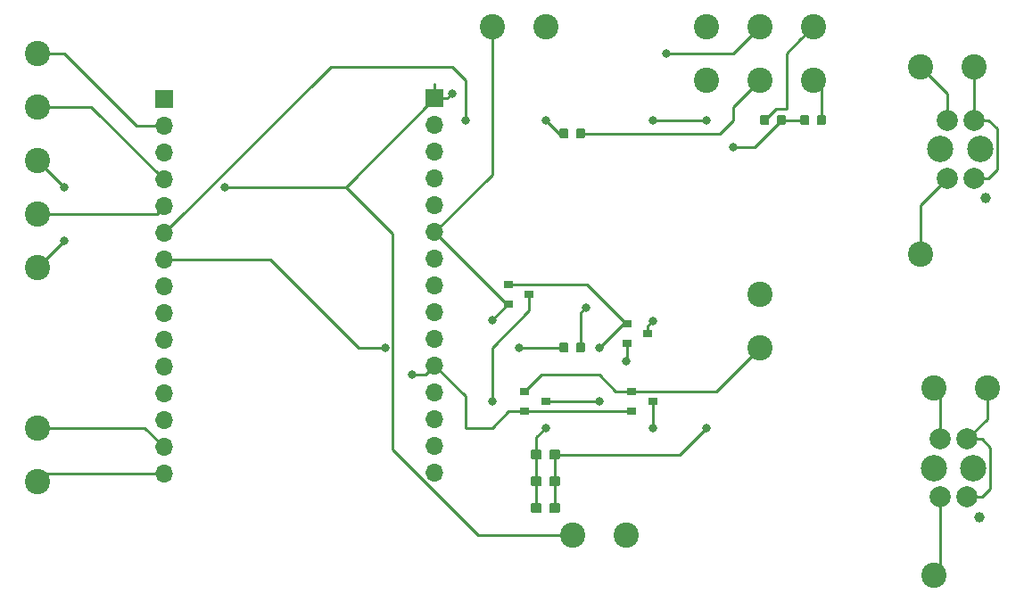
<source format=gbr>
G04 #@! TF.GenerationSoftware,KiCad,Pcbnew,(5.1.0)-1*
G04 #@! TF.CreationDate,2019-07-09T21:44:00+02:00*
G04 #@! TF.ProjectId,PP,50502e6b-6963-4616-945f-706362585858,rev?*
G04 #@! TF.SameCoordinates,Original*
G04 #@! TF.FileFunction,Copper,L1,Top*
G04 #@! TF.FilePolarity,Positive*
%FSLAX46Y46*%
G04 Gerber Fmt 4.6, Leading zero omitted, Abs format (unit mm)*
G04 Created by KiCad (PCBNEW (5.1.0)-1) date 2019-07-09 21:44:00*
%MOMM*%
%LPD*%
G04 APERTURE LIST*
%ADD10C,0.100000*%
%ADD11C,0.875000*%
%ADD12C,2.400000*%
%ADD13C,0.950000*%
%ADD14O,1.700000X1.700000*%
%ADD15R,1.700000X1.700000*%
%ADD16R,0.900000X0.800000*%
%ADD17C,1.000000*%
%ADD18C,2.500000*%
%ADD19C,2.000000*%
%ADD20C,0.800000*%
%ADD21C,0.250000*%
G04 APERTURE END LIST*
D10*
G36*
X93432691Y-32546053D02*
G01*
X93453926Y-32549203D01*
X93474750Y-32554419D01*
X93494962Y-32561651D01*
X93514368Y-32570830D01*
X93532781Y-32581866D01*
X93550024Y-32594654D01*
X93565930Y-32609070D01*
X93580346Y-32624976D01*
X93593134Y-32642219D01*
X93604170Y-32660632D01*
X93613349Y-32680038D01*
X93620581Y-32700250D01*
X93625797Y-32721074D01*
X93628947Y-32742309D01*
X93630000Y-32763750D01*
X93630000Y-33276250D01*
X93628947Y-33297691D01*
X93625797Y-33318926D01*
X93620581Y-33339750D01*
X93613349Y-33359962D01*
X93604170Y-33379368D01*
X93593134Y-33397781D01*
X93580346Y-33415024D01*
X93565930Y-33430930D01*
X93550024Y-33445346D01*
X93532781Y-33458134D01*
X93514368Y-33469170D01*
X93494962Y-33478349D01*
X93474750Y-33485581D01*
X93453926Y-33490797D01*
X93432691Y-33493947D01*
X93411250Y-33495000D01*
X92973750Y-33495000D01*
X92952309Y-33493947D01*
X92931074Y-33490797D01*
X92910250Y-33485581D01*
X92890038Y-33478349D01*
X92870632Y-33469170D01*
X92852219Y-33458134D01*
X92834976Y-33445346D01*
X92819070Y-33430930D01*
X92804654Y-33415024D01*
X92791866Y-33397781D01*
X92780830Y-33379368D01*
X92771651Y-33359962D01*
X92764419Y-33339750D01*
X92759203Y-33318926D01*
X92756053Y-33297691D01*
X92755000Y-33276250D01*
X92755000Y-32763750D01*
X92756053Y-32742309D01*
X92759203Y-32721074D01*
X92764419Y-32700250D01*
X92771651Y-32680038D01*
X92780830Y-32660632D01*
X92791866Y-32642219D01*
X92804654Y-32624976D01*
X92819070Y-32609070D01*
X92834976Y-32594654D01*
X92852219Y-32581866D01*
X92870632Y-32570830D01*
X92890038Y-32561651D01*
X92910250Y-32554419D01*
X92931074Y-32549203D01*
X92952309Y-32546053D01*
X92973750Y-32545000D01*
X93411250Y-32545000D01*
X93432691Y-32546053D01*
X93432691Y-32546053D01*
G37*
D11*
X93192500Y-33020000D03*
D10*
G36*
X95007691Y-32546053D02*
G01*
X95028926Y-32549203D01*
X95049750Y-32554419D01*
X95069962Y-32561651D01*
X95089368Y-32570830D01*
X95107781Y-32581866D01*
X95125024Y-32594654D01*
X95140930Y-32609070D01*
X95155346Y-32624976D01*
X95168134Y-32642219D01*
X95179170Y-32660632D01*
X95188349Y-32680038D01*
X95195581Y-32700250D01*
X95200797Y-32721074D01*
X95203947Y-32742309D01*
X95205000Y-32763750D01*
X95205000Y-33276250D01*
X95203947Y-33297691D01*
X95200797Y-33318926D01*
X95195581Y-33339750D01*
X95188349Y-33359962D01*
X95179170Y-33379368D01*
X95168134Y-33397781D01*
X95155346Y-33415024D01*
X95140930Y-33430930D01*
X95125024Y-33445346D01*
X95107781Y-33458134D01*
X95089368Y-33469170D01*
X95069962Y-33478349D01*
X95049750Y-33485581D01*
X95028926Y-33490797D01*
X95007691Y-33493947D01*
X94986250Y-33495000D01*
X94548750Y-33495000D01*
X94527309Y-33493947D01*
X94506074Y-33490797D01*
X94485250Y-33485581D01*
X94465038Y-33478349D01*
X94445632Y-33469170D01*
X94427219Y-33458134D01*
X94409976Y-33445346D01*
X94394070Y-33430930D01*
X94379654Y-33415024D01*
X94366866Y-33397781D01*
X94355830Y-33379368D01*
X94346651Y-33359962D01*
X94339419Y-33339750D01*
X94334203Y-33318926D01*
X94331053Y-33297691D01*
X94330000Y-33276250D01*
X94330000Y-32763750D01*
X94331053Y-32742309D01*
X94334203Y-32721074D01*
X94339419Y-32700250D01*
X94346651Y-32680038D01*
X94355830Y-32660632D01*
X94366866Y-32642219D01*
X94379654Y-32624976D01*
X94394070Y-32609070D01*
X94409976Y-32594654D01*
X94427219Y-32581866D01*
X94445632Y-32570830D01*
X94465038Y-32561651D01*
X94485250Y-32554419D01*
X94506074Y-32549203D01*
X94527309Y-32546053D01*
X94548750Y-32545000D01*
X94986250Y-32545000D01*
X95007691Y-32546053D01*
X95007691Y-32546053D01*
G37*
D11*
X94767500Y-33020000D03*
D12*
X111760000Y-48290000D03*
X111760000Y-53340000D03*
D10*
G36*
X92625779Y-65566144D02*
G01*
X92648834Y-65569563D01*
X92671443Y-65575227D01*
X92693387Y-65583079D01*
X92714457Y-65593044D01*
X92734448Y-65605026D01*
X92753168Y-65618910D01*
X92770438Y-65634562D01*
X92786090Y-65651832D01*
X92799974Y-65670552D01*
X92811956Y-65690543D01*
X92821921Y-65711613D01*
X92829773Y-65733557D01*
X92835437Y-65756166D01*
X92838856Y-65779221D01*
X92840000Y-65802500D01*
X92840000Y-66277500D01*
X92838856Y-66300779D01*
X92835437Y-66323834D01*
X92829773Y-66346443D01*
X92821921Y-66368387D01*
X92811956Y-66389457D01*
X92799974Y-66409448D01*
X92786090Y-66428168D01*
X92770438Y-66445438D01*
X92753168Y-66461090D01*
X92734448Y-66474974D01*
X92714457Y-66486956D01*
X92693387Y-66496921D01*
X92671443Y-66504773D01*
X92648834Y-66510437D01*
X92625779Y-66513856D01*
X92602500Y-66515000D01*
X92027500Y-66515000D01*
X92004221Y-66513856D01*
X91981166Y-66510437D01*
X91958557Y-66504773D01*
X91936613Y-66496921D01*
X91915543Y-66486956D01*
X91895552Y-66474974D01*
X91876832Y-66461090D01*
X91859562Y-66445438D01*
X91843910Y-66428168D01*
X91830026Y-66409448D01*
X91818044Y-66389457D01*
X91808079Y-66368387D01*
X91800227Y-66346443D01*
X91794563Y-66323834D01*
X91791144Y-66300779D01*
X91790000Y-66277500D01*
X91790000Y-65802500D01*
X91791144Y-65779221D01*
X91794563Y-65756166D01*
X91800227Y-65733557D01*
X91808079Y-65711613D01*
X91818044Y-65690543D01*
X91830026Y-65670552D01*
X91843910Y-65651832D01*
X91859562Y-65634562D01*
X91876832Y-65618910D01*
X91895552Y-65605026D01*
X91915543Y-65593044D01*
X91936613Y-65583079D01*
X91958557Y-65575227D01*
X91981166Y-65569563D01*
X92004221Y-65566144D01*
X92027500Y-65565000D01*
X92602500Y-65565000D01*
X92625779Y-65566144D01*
X92625779Y-65566144D01*
G37*
D13*
X92315000Y-66040000D03*
D10*
G36*
X90875779Y-65566144D02*
G01*
X90898834Y-65569563D01*
X90921443Y-65575227D01*
X90943387Y-65583079D01*
X90964457Y-65593044D01*
X90984448Y-65605026D01*
X91003168Y-65618910D01*
X91020438Y-65634562D01*
X91036090Y-65651832D01*
X91049974Y-65670552D01*
X91061956Y-65690543D01*
X91071921Y-65711613D01*
X91079773Y-65733557D01*
X91085437Y-65756166D01*
X91088856Y-65779221D01*
X91090000Y-65802500D01*
X91090000Y-66277500D01*
X91088856Y-66300779D01*
X91085437Y-66323834D01*
X91079773Y-66346443D01*
X91071921Y-66368387D01*
X91061956Y-66389457D01*
X91049974Y-66409448D01*
X91036090Y-66428168D01*
X91020438Y-66445438D01*
X91003168Y-66461090D01*
X90984448Y-66474974D01*
X90964457Y-66486956D01*
X90943387Y-66496921D01*
X90921443Y-66504773D01*
X90898834Y-66510437D01*
X90875779Y-66513856D01*
X90852500Y-66515000D01*
X90277500Y-66515000D01*
X90254221Y-66513856D01*
X90231166Y-66510437D01*
X90208557Y-66504773D01*
X90186613Y-66496921D01*
X90165543Y-66486956D01*
X90145552Y-66474974D01*
X90126832Y-66461090D01*
X90109562Y-66445438D01*
X90093910Y-66428168D01*
X90080026Y-66409448D01*
X90068044Y-66389457D01*
X90058079Y-66368387D01*
X90050227Y-66346443D01*
X90044563Y-66323834D01*
X90041144Y-66300779D01*
X90040000Y-66277500D01*
X90040000Y-65802500D01*
X90041144Y-65779221D01*
X90044563Y-65756166D01*
X90050227Y-65733557D01*
X90058079Y-65711613D01*
X90068044Y-65690543D01*
X90080026Y-65670552D01*
X90093910Y-65651832D01*
X90109562Y-65634562D01*
X90126832Y-65618910D01*
X90145552Y-65605026D01*
X90165543Y-65593044D01*
X90186613Y-65583079D01*
X90208557Y-65575227D01*
X90231166Y-65569563D01*
X90254221Y-65566144D01*
X90277500Y-65565000D01*
X90852500Y-65565000D01*
X90875779Y-65566144D01*
X90875779Y-65566144D01*
G37*
D13*
X90565000Y-66040000D03*
D12*
X86360000Y-22860000D03*
X99060000Y-71120000D03*
D10*
G36*
X117867691Y-31276053D02*
G01*
X117888926Y-31279203D01*
X117909750Y-31284419D01*
X117929962Y-31291651D01*
X117949368Y-31300830D01*
X117967781Y-31311866D01*
X117985024Y-31324654D01*
X118000930Y-31339070D01*
X118015346Y-31354976D01*
X118028134Y-31372219D01*
X118039170Y-31390632D01*
X118048349Y-31410038D01*
X118055581Y-31430250D01*
X118060797Y-31451074D01*
X118063947Y-31472309D01*
X118065000Y-31493750D01*
X118065000Y-32006250D01*
X118063947Y-32027691D01*
X118060797Y-32048926D01*
X118055581Y-32069750D01*
X118048349Y-32089962D01*
X118039170Y-32109368D01*
X118028134Y-32127781D01*
X118015346Y-32145024D01*
X118000930Y-32160930D01*
X117985024Y-32175346D01*
X117967781Y-32188134D01*
X117949368Y-32199170D01*
X117929962Y-32208349D01*
X117909750Y-32215581D01*
X117888926Y-32220797D01*
X117867691Y-32223947D01*
X117846250Y-32225000D01*
X117408750Y-32225000D01*
X117387309Y-32223947D01*
X117366074Y-32220797D01*
X117345250Y-32215581D01*
X117325038Y-32208349D01*
X117305632Y-32199170D01*
X117287219Y-32188134D01*
X117269976Y-32175346D01*
X117254070Y-32160930D01*
X117239654Y-32145024D01*
X117226866Y-32127781D01*
X117215830Y-32109368D01*
X117206651Y-32089962D01*
X117199419Y-32069750D01*
X117194203Y-32048926D01*
X117191053Y-32027691D01*
X117190000Y-32006250D01*
X117190000Y-31493750D01*
X117191053Y-31472309D01*
X117194203Y-31451074D01*
X117199419Y-31430250D01*
X117206651Y-31410038D01*
X117215830Y-31390632D01*
X117226866Y-31372219D01*
X117239654Y-31354976D01*
X117254070Y-31339070D01*
X117269976Y-31324654D01*
X117287219Y-31311866D01*
X117305632Y-31300830D01*
X117325038Y-31291651D01*
X117345250Y-31284419D01*
X117366074Y-31279203D01*
X117387309Y-31276053D01*
X117408750Y-31275000D01*
X117846250Y-31275000D01*
X117867691Y-31276053D01*
X117867691Y-31276053D01*
G37*
D11*
X117627500Y-31750000D03*
D10*
G36*
X116292691Y-31276053D02*
G01*
X116313926Y-31279203D01*
X116334750Y-31284419D01*
X116354962Y-31291651D01*
X116374368Y-31300830D01*
X116392781Y-31311866D01*
X116410024Y-31324654D01*
X116425930Y-31339070D01*
X116440346Y-31354976D01*
X116453134Y-31372219D01*
X116464170Y-31390632D01*
X116473349Y-31410038D01*
X116480581Y-31430250D01*
X116485797Y-31451074D01*
X116488947Y-31472309D01*
X116490000Y-31493750D01*
X116490000Y-32006250D01*
X116488947Y-32027691D01*
X116485797Y-32048926D01*
X116480581Y-32069750D01*
X116473349Y-32089962D01*
X116464170Y-32109368D01*
X116453134Y-32127781D01*
X116440346Y-32145024D01*
X116425930Y-32160930D01*
X116410024Y-32175346D01*
X116392781Y-32188134D01*
X116374368Y-32199170D01*
X116354962Y-32208349D01*
X116334750Y-32215581D01*
X116313926Y-32220797D01*
X116292691Y-32223947D01*
X116271250Y-32225000D01*
X115833750Y-32225000D01*
X115812309Y-32223947D01*
X115791074Y-32220797D01*
X115770250Y-32215581D01*
X115750038Y-32208349D01*
X115730632Y-32199170D01*
X115712219Y-32188134D01*
X115694976Y-32175346D01*
X115679070Y-32160930D01*
X115664654Y-32145024D01*
X115651866Y-32127781D01*
X115640830Y-32109368D01*
X115631651Y-32089962D01*
X115624419Y-32069750D01*
X115619203Y-32048926D01*
X115616053Y-32027691D01*
X115615000Y-32006250D01*
X115615000Y-31493750D01*
X115616053Y-31472309D01*
X115619203Y-31451074D01*
X115624419Y-31430250D01*
X115631651Y-31410038D01*
X115640830Y-31390632D01*
X115651866Y-31372219D01*
X115664654Y-31354976D01*
X115679070Y-31339070D01*
X115694976Y-31324654D01*
X115712219Y-31311866D01*
X115730632Y-31300830D01*
X115750038Y-31291651D01*
X115770250Y-31284419D01*
X115791074Y-31279203D01*
X115812309Y-31276053D01*
X115833750Y-31275000D01*
X116271250Y-31275000D01*
X116292691Y-31276053D01*
X116292691Y-31276053D01*
G37*
D11*
X116052500Y-31750000D03*
D14*
X55224999Y-65340000D03*
X55224999Y-62800000D03*
X55224999Y-60260000D03*
X55224999Y-57720000D03*
X55224999Y-55180000D03*
X55224999Y-52640000D03*
X55224999Y-50100000D03*
X55224999Y-47560000D03*
X55224999Y-45020000D03*
X55224999Y-42480000D03*
X55224999Y-39940000D03*
X55224999Y-37400000D03*
X55224999Y-34860000D03*
X55224999Y-32320000D03*
D15*
X55224999Y-29780000D03*
X55224999Y-29780000D03*
D14*
X55224999Y-32320000D03*
X55224999Y-34860000D03*
X55224999Y-37400000D03*
X55224999Y-39940000D03*
X55224999Y-42480000D03*
X55224999Y-45020000D03*
X55224999Y-47560000D03*
X55224999Y-50100000D03*
X55224999Y-52640000D03*
X55224999Y-55180000D03*
X55224999Y-57720000D03*
X55224999Y-60260000D03*
X55224999Y-62800000D03*
X55224999Y-65340000D03*
X80924999Y-65240000D03*
X80924999Y-62700000D03*
X80924999Y-60160000D03*
X80924999Y-57620000D03*
X80924999Y-55080000D03*
X80924999Y-52540000D03*
X80924999Y-50000000D03*
X80924999Y-47460000D03*
X80924999Y-44920000D03*
X80924999Y-42380000D03*
X80924999Y-39840000D03*
X80924999Y-37300000D03*
X80924999Y-34760000D03*
X80924999Y-32220000D03*
D15*
X80924999Y-29680000D03*
X80924999Y-29680000D03*
D14*
X80924999Y-32220000D03*
X80924999Y-34760000D03*
X80924999Y-37300000D03*
X80924999Y-39840000D03*
X80924999Y-42380000D03*
X80924999Y-44920000D03*
X80924999Y-47460000D03*
X80924999Y-50000000D03*
X80924999Y-52540000D03*
X80924999Y-55080000D03*
X80924999Y-57620000D03*
X80924999Y-60160000D03*
X80924999Y-62700000D03*
X80924999Y-65240000D03*
D12*
X133350000Y-57150000D03*
X132080000Y-26670000D03*
X128270000Y-74930000D03*
X127000000Y-44450000D03*
X128270000Y-57150000D03*
X127000000Y-26670000D03*
D10*
G36*
X92625779Y-68106144D02*
G01*
X92648834Y-68109563D01*
X92671443Y-68115227D01*
X92693387Y-68123079D01*
X92714457Y-68133044D01*
X92734448Y-68145026D01*
X92753168Y-68158910D01*
X92770438Y-68174562D01*
X92786090Y-68191832D01*
X92799974Y-68210552D01*
X92811956Y-68230543D01*
X92821921Y-68251613D01*
X92829773Y-68273557D01*
X92835437Y-68296166D01*
X92838856Y-68319221D01*
X92840000Y-68342500D01*
X92840000Y-68817500D01*
X92838856Y-68840779D01*
X92835437Y-68863834D01*
X92829773Y-68886443D01*
X92821921Y-68908387D01*
X92811956Y-68929457D01*
X92799974Y-68949448D01*
X92786090Y-68968168D01*
X92770438Y-68985438D01*
X92753168Y-69001090D01*
X92734448Y-69014974D01*
X92714457Y-69026956D01*
X92693387Y-69036921D01*
X92671443Y-69044773D01*
X92648834Y-69050437D01*
X92625779Y-69053856D01*
X92602500Y-69055000D01*
X92027500Y-69055000D01*
X92004221Y-69053856D01*
X91981166Y-69050437D01*
X91958557Y-69044773D01*
X91936613Y-69036921D01*
X91915543Y-69026956D01*
X91895552Y-69014974D01*
X91876832Y-69001090D01*
X91859562Y-68985438D01*
X91843910Y-68968168D01*
X91830026Y-68949448D01*
X91818044Y-68929457D01*
X91808079Y-68908387D01*
X91800227Y-68886443D01*
X91794563Y-68863834D01*
X91791144Y-68840779D01*
X91790000Y-68817500D01*
X91790000Y-68342500D01*
X91791144Y-68319221D01*
X91794563Y-68296166D01*
X91800227Y-68273557D01*
X91808079Y-68251613D01*
X91818044Y-68230543D01*
X91830026Y-68210552D01*
X91843910Y-68191832D01*
X91859562Y-68174562D01*
X91876832Y-68158910D01*
X91895552Y-68145026D01*
X91915543Y-68133044D01*
X91936613Y-68123079D01*
X91958557Y-68115227D01*
X91981166Y-68109563D01*
X92004221Y-68106144D01*
X92027500Y-68105000D01*
X92602500Y-68105000D01*
X92625779Y-68106144D01*
X92625779Y-68106144D01*
G37*
D13*
X92315000Y-68580000D03*
D10*
G36*
X90875779Y-68106144D02*
G01*
X90898834Y-68109563D01*
X90921443Y-68115227D01*
X90943387Y-68123079D01*
X90964457Y-68133044D01*
X90984448Y-68145026D01*
X91003168Y-68158910D01*
X91020438Y-68174562D01*
X91036090Y-68191832D01*
X91049974Y-68210552D01*
X91061956Y-68230543D01*
X91071921Y-68251613D01*
X91079773Y-68273557D01*
X91085437Y-68296166D01*
X91088856Y-68319221D01*
X91090000Y-68342500D01*
X91090000Y-68817500D01*
X91088856Y-68840779D01*
X91085437Y-68863834D01*
X91079773Y-68886443D01*
X91071921Y-68908387D01*
X91061956Y-68929457D01*
X91049974Y-68949448D01*
X91036090Y-68968168D01*
X91020438Y-68985438D01*
X91003168Y-69001090D01*
X90984448Y-69014974D01*
X90964457Y-69026956D01*
X90943387Y-69036921D01*
X90921443Y-69044773D01*
X90898834Y-69050437D01*
X90875779Y-69053856D01*
X90852500Y-69055000D01*
X90277500Y-69055000D01*
X90254221Y-69053856D01*
X90231166Y-69050437D01*
X90208557Y-69044773D01*
X90186613Y-69036921D01*
X90165543Y-69026956D01*
X90145552Y-69014974D01*
X90126832Y-69001090D01*
X90109562Y-68985438D01*
X90093910Y-68968168D01*
X90080026Y-68949448D01*
X90068044Y-68929457D01*
X90058079Y-68908387D01*
X90050227Y-68886443D01*
X90044563Y-68863834D01*
X90041144Y-68840779D01*
X90040000Y-68817500D01*
X90040000Y-68342500D01*
X90041144Y-68319221D01*
X90044563Y-68296166D01*
X90050227Y-68273557D01*
X90058079Y-68251613D01*
X90068044Y-68230543D01*
X90080026Y-68210552D01*
X90093910Y-68191832D01*
X90109562Y-68174562D01*
X90126832Y-68158910D01*
X90145552Y-68145026D01*
X90165543Y-68133044D01*
X90186613Y-68123079D01*
X90208557Y-68115227D01*
X90231166Y-68109563D01*
X90254221Y-68106144D01*
X90277500Y-68105000D01*
X90852500Y-68105000D01*
X90875779Y-68106144D01*
X90875779Y-68106144D01*
G37*
D13*
X90565000Y-68580000D03*
D10*
G36*
X92625779Y-63026144D02*
G01*
X92648834Y-63029563D01*
X92671443Y-63035227D01*
X92693387Y-63043079D01*
X92714457Y-63053044D01*
X92734448Y-63065026D01*
X92753168Y-63078910D01*
X92770438Y-63094562D01*
X92786090Y-63111832D01*
X92799974Y-63130552D01*
X92811956Y-63150543D01*
X92821921Y-63171613D01*
X92829773Y-63193557D01*
X92835437Y-63216166D01*
X92838856Y-63239221D01*
X92840000Y-63262500D01*
X92840000Y-63737500D01*
X92838856Y-63760779D01*
X92835437Y-63783834D01*
X92829773Y-63806443D01*
X92821921Y-63828387D01*
X92811956Y-63849457D01*
X92799974Y-63869448D01*
X92786090Y-63888168D01*
X92770438Y-63905438D01*
X92753168Y-63921090D01*
X92734448Y-63934974D01*
X92714457Y-63946956D01*
X92693387Y-63956921D01*
X92671443Y-63964773D01*
X92648834Y-63970437D01*
X92625779Y-63973856D01*
X92602500Y-63975000D01*
X92027500Y-63975000D01*
X92004221Y-63973856D01*
X91981166Y-63970437D01*
X91958557Y-63964773D01*
X91936613Y-63956921D01*
X91915543Y-63946956D01*
X91895552Y-63934974D01*
X91876832Y-63921090D01*
X91859562Y-63905438D01*
X91843910Y-63888168D01*
X91830026Y-63869448D01*
X91818044Y-63849457D01*
X91808079Y-63828387D01*
X91800227Y-63806443D01*
X91794563Y-63783834D01*
X91791144Y-63760779D01*
X91790000Y-63737500D01*
X91790000Y-63262500D01*
X91791144Y-63239221D01*
X91794563Y-63216166D01*
X91800227Y-63193557D01*
X91808079Y-63171613D01*
X91818044Y-63150543D01*
X91830026Y-63130552D01*
X91843910Y-63111832D01*
X91859562Y-63094562D01*
X91876832Y-63078910D01*
X91895552Y-63065026D01*
X91915543Y-63053044D01*
X91936613Y-63043079D01*
X91958557Y-63035227D01*
X91981166Y-63029563D01*
X92004221Y-63026144D01*
X92027500Y-63025000D01*
X92602500Y-63025000D01*
X92625779Y-63026144D01*
X92625779Y-63026144D01*
G37*
D13*
X92315000Y-63500000D03*
D10*
G36*
X90875779Y-63026144D02*
G01*
X90898834Y-63029563D01*
X90921443Y-63035227D01*
X90943387Y-63043079D01*
X90964457Y-63053044D01*
X90984448Y-63065026D01*
X91003168Y-63078910D01*
X91020438Y-63094562D01*
X91036090Y-63111832D01*
X91049974Y-63130552D01*
X91061956Y-63150543D01*
X91071921Y-63171613D01*
X91079773Y-63193557D01*
X91085437Y-63216166D01*
X91088856Y-63239221D01*
X91090000Y-63262500D01*
X91090000Y-63737500D01*
X91088856Y-63760779D01*
X91085437Y-63783834D01*
X91079773Y-63806443D01*
X91071921Y-63828387D01*
X91061956Y-63849457D01*
X91049974Y-63869448D01*
X91036090Y-63888168D01*
X91020438Y-63905438D01*
X91003168Y-63921090D01*
X90984448Y-63934974D01*
X90964457Y-63946956D01*
X90943387Y-63956921D01*
X90921443Y-63964773D01*
X90898834Y-63970437D01*
X90875779Y-63973856D01*
X90852500Y-63975000D01*
X90277500Y-63975000D01*
X90254221Y-63973856D01*
X90231166Y-63970437D01*
X90208557Y-63964773D01*
X90186613Y-63956921D01*
X90165543Y-63946956D01*
X90145552Y-63934974D01*
X90126832Y-63921090D01*
X90109562Y-63905438D01*
X90093910Y-63888168D01*
X90080026Y-63869448D01*
X90068044Y-63849457D01*
X90058079Y-63828387D01*
X90050227Y-63806443D01*
X90044563Y-63783834D01*
X90041144Y-63760779D01*
X90040000Y-63737500D01*
X90040000Y-63262500D01*
X90041144Y-63239221D01*
X90044563Y-63216166D01*
X90050227Y-63193557D01*
X90058079Y-63171613D01*
X90068044Y-63150543D01*
X90080026Y-63130552D01*
X90093910Y-63111832D01*
X90109562Y-63094562D01*
X90126832Y-63078910D01*
X90145552Y-63065026D01*
X90165543Y-63053044D01*
X90186613Y-63043079D01*
X90208557Y-63035227D01*
X90231166Y-63029563D01*
X90254221Y-63026144D01*
X90277500Y-63025000D01*
X90852500Y-63025000D01*
X90875779Y-63026144D01*
X90875779Y-63026144D01*
G37*
D13*
X90565000Y-63500000D03*
D10*
G36*
X114057691Y-31276053D02*
G01*
X114078926Y-31279203D01*
X114099750Y-31284419D01*
X114119962Y-31291651D01*
X114139368Y-31300830D01*
X114157781Y-31311866D01*
X114175024Y-31324654D01*
X114190930Y-31339070D01*
X114205346Y-31354976D01*
X114218134Y-31372219D01*
X114229170Y-31390632D01*
X114238349Y-31410038D01*
X114245581Y-31430250D01*
X114250797Y-31451074D01*
X114253947Y-31472309D01*
X114255000Y-31493750D01*
X114255000Y-32006250D01*
X114253947Y-32027691D01*
X114250797Y-32048926D01*
X114245581Y-32069750D01*
X114238349Y-32089962D01*
X114229170Y-32109368D01*
X114218134Y-32127781D01*
X114205346Y-32145024D01*
X114190930Y-32160930D01*
X114175024Y-32175346D01*
X114157781Y-32188134D01*
X114139368Y-32199170D01*
X114119962Y-32208349D01*
X114099750Y-32215581D01*
X114078926Y-32220797D01*
X114057691Y-32223947D01*
X114036250Y-32225000D01*
X113598750Y-32225000D01*
X113577309Y-32223947D01*
X113556074Y-32220797D01*
X113535250Y-32215581D01*
X113515038Y-32208349D01*
X113495632Y-32199170D01*
X113477219Y-32188134D01*
X113459976Y-32175346D01*
X113444070Y-32160930D01*
X113429654Y-32145024D01*
X113416866Y-32127781D01*
X113405830Y-32109368D01*
X113396651Y-32089962D01*
X113389419Y-32069750D01*
X113384203Y-32048926D01*
X113381053Y-32027691D01*
X113380000Y-32006250D01*
X113380000Y-31493750D01*
X113381053Y-31472309D01*
X113384203Y-31451074D01*
X113389419Y-31430250D01*
X113396651Y-31410038D01*
X113405830Y-31390632D01*
X113416866Y-31372219D01*
X113429654Y-31354976D01*
X113444070Y-31339070D01*
X113459976Y-31324654D01*
X113477219Y-31311866D01*
X113495632Y-31300830D01*
X113515038Y-31291651D01*
X113535250Y-31284419D01*
X113556074Y-31279203D01*
X113577309Y-31276053D01*
X113598750Y-31275000D01*
X114036250Y-31275000D01*
X114057691Y-31276053D01*
X114057691Y-31276053D01*
G37*
D11*
X113817500Y-31750000D03*
D10*
G36*
X112482691Y-31276053D02*
G01*
X112503926Y-31279203D01*
X112524750Y-31284419D01*
X112544962Y-31291651D01*
X112564368Y-31300830D01*
X112582781Y-31311866D01*
X112600024Y-31324654D01*
X112615930Y-31339070D01*
X112630346Y-31354976D01*
X112643134Y-31372219D01*
X112654170Y-31390632D01*
X112663349Y-31410038D01*
X112670581Y-31430250D01*
X112675797Y-31451074D01*
X112678947Y-31472309D01*
X112680000Y-31493750D01*
X112680000Y-32006250D01*
X112678947Y-32027691D01*
X112675797Y-32048926D01*
X112670581Y-32069750D01*
X112663349Y-32089962D01*
X112654170Y-32109368D01*
X112643134Y-32127781D01*
X112630346Y-32145024D01*
X112615930Y-32160930D01*
X112600024Y-32175346D01*
X112582781Y-32188134D01*
X112564368Y-32199170D01*
X112544962Y-32208349D01*
X112524750Y-32215581D01*
X112503926Y-32220797D01*
X112482691Y-32223947D01*
X112461250Y-32225000D01*
X112023750Y-32225000D01*
X112002309Y-32223947D01*
X111981074Y-32220797D01*
X111960250Y-32215581D01*
X111940038Y-32208349D01*
X111920632Y-32199170D01*
X111902219Y-32188134D01*
X111884976Y-32175346D01*
X111869070Y-32160930D01*
X111854654Y-32145024D01*
X111841866Y-32127781D01*
X111830830Y-32109368D01*
X111821651Y-32089962D01*
X111814419Y-32069750D01*
X111809203Y-32048926D01*
X111806053Y-32027691D01*
X111805000Y-32006250D01*
X111805000Y-31493750D01*
X111806053Y-31472309D01*
X111809203Y-31451074D01*
X111814419Y-31430250D01*
X111821651Y-31410038D01*
X111830830Y-31390632D01*
X111841866Y-31372219D01*
X111854654Y-31354976D01*
X111869070Y-31339070D01*
X111884976Y-31324654D01*
X111902219Y-31311866D01*
X111920632Y-31300830D01*
X111940038Y-31291651D01*
X111960250Y-31284419D01*
X111981074Y-31279203D01*
X112002309Y-31276053D01*
X112023750Y-31275000D01*
X112461250Y-31275000D01*
X112482691Y-31276053D01*
X112482691Y-31276053D01*
G37*
D11*
X112242500Y-31750000D03*
D10*
G36*
X93432691Y-52866053D02*
G01*
X93453926Y-52869203D01*
X93474750Y-52874419D01*
X93494962Y-52881651D01*
X93514368Y-52890830D01*
X93532781Y-52901866D01*
X93550024Y-52914654D01*
X93565930Y-52929070D01*
X93580346Y-52944976D01*
X93593134Y-52962219D01*
X93604170Y-52980632D01*
X93613349Y-53000038D01*
X93620581Y-53020250D01*
X93625797Y-53041074D01*
X93628947Y-53062309D01*
X93630000Y-53083750D01*
X93630000Y-53596250D01*
X93628947Y-53617691D01*
X93625797Y-53638926D01*
X93620581Y-53659750D01*
X93613349Y-53679962D01*
X93604170Y-53699368D01*
X93593134Y-53717781D01*
X93580346Y-53735024D01*
X93565930Y-53750930D01*
X93550024Y-53765346D01*
X93532781Y-53778134D01*
X93514368Y-53789170D01*
X93494962Y-53798349D01*
X93474750Y-53805581D01*
X93453926Y-53810797D01*
X93432691Y-53813947D01*
X93411250Y-53815000D01*
X92973750Y-53815000D01*
X92952309Y-53813947D01*
X92931074Y-53810797D01*
X92910250Y-53805581D01*
X92890038Y-53798349D01*
X92870632Y-53789170D01*
X92852219Y-53778134D01*
X92834976Y-53765346D01*
X92819070Y-53750930D01*
X92804654Y-53735024D01*
X92791866Y-53717781D01*
X92780830Y-53699368D01*
X92771651Y-53679962D01*
X92764419Y-53659750D01*
X92759203Y-53638926D01*
X92756053Y-53617691D01*
X92755000Y-53596250D01*
X92755000Y-53083750D01*
X92756053Y-53062309D01*
X92759203Y-53041074D01*
X92764419Y-53020250D01*
X92771651Y-53000038D01*
X92780830Y-52980632D01*
X92791866Y-52962219D01*
X92804654Y-52944976D01*
X92819070Y-52929070D01*
X92834976Y-52914654D01*
X92852219Y-52901866D01*
X92870632Y-52890830D01*
X92890038Y-52881651D01*
X92910250Y-52874419D01*
X92931074Y-52869203D01*
X92952309Y-52866053D01*
X92973750Y-52865000D01*
X93411250Y-52865000D01*
X93432691Y-52866053D01*
X93432691Y-52866053D01*
G37*
D11*
X93192500Y-53340000D03*
D10*
G36*
X95007691Y-52866053D02*
G01*
X95028926Y-52869203D01*
X95049750Y-52874419D01*
X95069962Y-52881651D01*
X95089368Y-52890830D01*
X95107781Y-52901866D01*
X95125024Y-52914654D01*
X95140930Y-52929070D01*
X95155346Y-52944976D01*
X95168134Y-52962219D01*
X95179170Y-52980632D01*
X95188349Y-53000038D01*
X95195581Y-53020250D01*
X95200797Y-53041074D01*
X95203947Y-53062309D01*
X95205000Y-53083750D01*
X95205000Y-53596250D01*
X95203947Y-53617691D01*
X95200797Y-53638926D01*
X95195581Y-53659750D01*
X95188349Y-53679962D01*
X95179170Y-53699368D01*
X95168134Y-53717781D01*
X95155346Y-53735024D01*
X95140930Y-53750930D01*
X95125024Y-53765346D01*
X95107781Y-53778134D01*
X95089368Y-53789170D01*
X95069962Y-53798349D01*
X95049750Y-53805581D01*
X95028926Y-53810797D01*
X95007691Y-53813947D01*
X94986250Y-53815000D01*
X94548750Y-53815000D01*
X94527309Y-53813947D01*
X94506074Y-53810797D01*
X94485250Y-53805581D01*
X94465038Y-53798349D01*
X94445632Y-53789170D01*
X94427219Y-53778134D01*
X94409976Y-53765346D01*
X94394070Y-53750930D01*
X94379654Y-53735024D01*
X94366866Y-53717781D01*
X94355830Y-53699368D01*
X94346651Y-53679962D01*
X94339419Y-53659750D01*
X94334203Y-53638926D01*
X94331053Y-53617691D01*
X94330000Y-53596250D01*
X94330000Y-53083750D01*
X94331053Y-53062309D01*
X94334203Y-53041074D01*
X94339419Y-53020250D01*
X94346651Y-53000038D01*
X94355830Y-52980632D01*
X94366866Y-52962219D01*
X94379654Y-52944976D01*
X94394070Y-52929070D01*
X94409976Y-52914654D01*
X94427219Y-52901866D01*
X94445632Y-52890830D01*
X94465038Y-52881651D01*
X94485250Y-52874419D01*
X94506074Y-52869203D01*
X94527309Y-52866053D01*
X94548750Y-52865000D01*
X94986250Y-52865000D01*
X95007691Y-52866053D01*
X95007691Y-52866053D01*
G37*
D11*
X94767500Y-53340000D03*
D16*
X101170000Y-51990000D03*
X99170000Y-52940000D03*
X99170000Y-51040000D03*
X89900000Y-48260000D03*
X87900000Y-49210000D03*
X87900000Y-47310000D03*
X101600000Y-58420000D03*
X99600000Y-59370000D03*
X99600000Y-57470000D03*
X91440000Y-58420000D03*
X89440000Y-59370000D03*
X89440000Y-57470000D03*
D12*
X106680000Y-22860000D03*
X106680000Y-27940000D03*
X43180000Y-60960000D03*
X116840000Y-22860000D03*
X116840000Y-27940000D03*
X43180000Y-30480000D03*
X43180000Y-40640000D03*
X43180000Y-25400000D03*
D17*
X133260000Y-39150000D03*
D18*
X128910000Y-34500000D03*
X132710000Y-34500000D03*
D19*
X132080000Y-31750000D03*
X132080000Y-37250000D03*
X129540000Y-31750000D03*
X129540000Y-37250000D03*
X128900000Y-67520000D03*
X128900000Y-62020000D03*
X131440000Y-67520000D03*
X131440000Y-62020000D03*
D18*
X132070000Y-64770000D03*
X128270000Y-64770000D03*
D17*
X132620000Y-69420000D03*
D12*
X43180000Y-35560000D03*
X43180000Y-45720000D03*
X91440000Y-22860000D03*
X111760000Y-22860000D03*
X111760000Y-27940000D03*
X43180000Y-66040000D03*
X93980000Y-71120000D03*
D20*
X45720000Y-38100000D03*
X45720000Y-43180000D03*
X60960000Y-38100000D03*
X82550000Y-29210000D03*
X101600000Y-31750000D03*
X106680000Y-31750000D03*
X109220000Y-34290000D03*
X78740000Y-55880000D03*
X86360000Y-50700000D03*
X99060000Y-54610000D03*
X91440000Y-60960000D03*
X96520000Y-53340000D03*
X83820000Y-31750000D03*
X91440000Y-31750000D03*
X86360000Y-58420000D03*
X96520000Y-58420000D03*
X101600000Y-60960000D03*
X101600000Y-50800000D03*
X95250000Y-49530000D03*
X102870000Y-25400000D03*
X76200000Y-53340000D03*
X88900000Y-53340000D03*
X106680000Y-60960000D03*
D21*
X80924999Y-29680000D02*
X80924999Y-28295001D01*
X43180000Y-35560000D02*
X45720000Y-38100000D01*
X43180000Y-45720000D02*
X45720000Y-43180000D01*
X72504999Y-38100000D02*
X80924999Y-29680000D01*
X60960000Y-38100000D02*
X72504999Y-38100000D01*
X76925001Y-42520002D02*
X72504999Y-38100000D01*
X76925001Y-62979004D02*
X76925001Y-42520002D01*
X85065997Y-71120000D02*
X76925001Y-62979004D01*
X93980000Y-71120000D02*
X85065997Y-71120000D01*
X113817500Y-31750000D02*
X116052500Y-31750000D01*
X80924999Y-29680000D02*
X82080000Y-29680000D01*
X82080000Y-29680000D02*
X82550000Y-29210000D01*
X101600000Y-31750000D02*
X106680000Y-31750000D01*
X109220000Y-34290000D02*
X111277500Y-34290000D01*
X111277500Y-34290000D02*
X113817500Y-31750000D01*
X99600000Y-59370000D02*
X89440000Y-59370000D01*
X89440000Y-59370000D02*
X87950000Y-59370000D01*
X87950000Y-59370000D02*
X86360000Y-60960000D01*
X86360000Y-60960000D02*
X83820000Y-60960000D01*
X83820000Y-57975001D02*
X80924999Y-55080000D01*
X83820000Y-60960000D02*
X83820000Y-57975001D01*
X80075000Y-55929999D02*
X78789999Y-55929999D01*
X80924999Y-55080000D02*
X80075000Y-55929999D01*
X78789999Y-55929999D02*
X78740000Y-55880000D01*
X89490000Y-57470000D02*
X91080000Y-55880000D01*
X89440000Y-57470000D02*
X89490000Y-57470000D01*
X91080000Y-55880000D02*
X96520000Y-55880000D01*
X98110000Y-57470000D02*
X99600000Y-57470000D01*
X96520000Y-55880000D02*
X98110000Y-57470000D01*
X87754999Y-49210000D02*
X87900000Y-49210000D01*
X80924999Y-42380000D02*
X87754999Y-49210000D01*
X86360000Y-36944999D02*
X86360000Y-22860000D01*
X80924999Y-42380000D02*
X86360000Y-36944999D01*
X87850000Y-49210000D02*
X86360000Y-50700000D01*
X87900000Y-49210000D02*
X87850000Y-49210000D01*
X99170000Y-52940000D02*
X99170000Y-54500000D01*
X99170000Y-54500000D02*
X99060000Y-54610000D01*
X90565000Y-68580000D02*
X90565000Y-66040000D01*
X90565000Y-63500000D02*
X90565000Y-66040000D01*
X88600000Y-47310000D02*
X87900000Y-47310000D01*
X95390000Y-47310000D02*
X88600000Y-47310000D01*
X99120000Y-51040000D02*
X95390000Y-47310000D01*
X99170000Y-51040000D02*
X99120000Y-51040000D01*
X90565000Y-63500000D02*
X90565000Y-61835000D01*
X90565000Y-61835000D02*
X91440000Y-60960000D01*
X98820000Y-51040000D02*
X99170000Y-51040000D01*
X96520000Y-53340000D02*
X98820000Y-51040000D01*
X55224999Y-42480000D02*
X71034999Y-26670000D01*
X71034999Y-26670000D02*
X82550000Y-26670000D01*
X82550000Y-26670000D02*
X83820000Y-27940000D01*
X83820000Y-27940000D02*
X83820000Y-31750000D01*
X92710000Y-33020000D02*
X91440000Y-31750000D01*
X93192500Y-33020000D02*
X92710000Y-33020000D01*
X43880000Y-65340000D02*
X43180000Y-66040000D01*
X55224999Y-65340000D02*
X43880000Y-65340000D01*
X89900000Y-48260000D02*
X89900000Y-49800000D01*
X89900000Y-49800000D02*
X86360000Y-53340000D01*
X86360000Y-53340000D02*
X86360000Y-58420000D01*
X96520000Y-58420000D02*
X91440000Y-58420000D01*
X53384999Y-60960000D02*
X55224999Y-62800000D01*
X43180000Y-60960000D02*
X53384999Y-60960000D01*
X101600000Y-58420000D02*
X101600000Y-60960000D01*
X101170000Y-51990000D02*
X101170000Y-51230000D01*
X101170000Y-51230000D02*
X101600000Y-50800000D01*
X54524999Y-40640000D02*
X55224999Y-39940000D01*
X43180000Y-40640000D02*
X54524999Y-40640000D01*
X48304999Y-30480000D02*
X55224999Y-37400000D01*
X43180000Y-30480000D02*
X48304999Y-30480000D01*
X43180000Y-25400000D02*
X45720000Y-25400000D01*
X52640000Y-32320000D02*
X55224999Y-32320000D01*
X45720000Y-25400000D02*
X52640000Y-32320000D01*
X94767500Y-33020000D02*
X107950000Y-33020000D01*
X107950000Y-33020000D02*
X109220000Y-31750000D01*
X109220000Y-30480000D02*
X111760000Y-27940000D01*
X109220000Y-31750000D02*
X109220000Y-30480000D01*
X94767500Y-53340000D02*
X94767500Y-50012500D01*
X94767500Y-50012500D02*
X95250000Y-49530000D01*
X109220000Y-25400000D02*
X111760000Y-22860000D01*
X102870000Y-25400000D02*
X109220000Y-25400000D01*
X117627500Y-28727500D02*
X116840000Y-27940000D01*
X117627500Y-31750000D02*
X117627500Y-28727500D01*
X115640001Y-24059999D02*
X116840000Y-22860000D01*
X114300000Y-25400000D02*
X115640001Y-24059999D01*
X114300000Y-30707499D02*
X114300000Y-25400000D01*
X112242500Y-31750000D02*
X113285001Y-30707499D01*
X113285001Y-30707499D02*
X114300000Y-30707499D01*
X55224999Y-45020000D02*
X65340000Y-45020000D01*
X65340000Y-45020000D02*
X73660000Y-53340000D01*
X73660000Y-53340000D02*
X76200000Y-53340000D01*
X88900000Y-53340000D02*
X93192500Y-53340000D01*
X92315000Y-63500000D02*
X92315000Y-66040000D01*
X92315000Y-66040000D02*
X92315000Y-68580000D01*
X129540000Y-29210000D02*
X127000000Y-26670000D01*
X129540000Y-31750000D02*
X129540000Y-29210000D01*
X128900000Y-57780000D02*
X128270000Y-57150000D01*
X128900000Y-62020000D02*
X128900000Y-57780000D01*
X127000000Y-39790000D02*
X129540000Y-37250000D01*
X127000000Y-44450000D02*
X127000000Y-39790000D01*
X128900000Y-74300000D02*
X128270000Y-74930000D01*
X128900000Y-67520000D02*
X128900000Y-74300000D01*
X132080000Y-31750000D02*
X132080000Y-26670000D01*
X133494213Y-31750000D02*
X132080000Y-31750000D01*
X134285001Y-32540788D02*
X133494213Y-31750000D01*
X134285001Y-36459212D02*
X134285001Y-32540788D01*
X133494213Y-37250000D02*
X134285001Y-36459212D01*
X132080000Y-37250000D02*
X133494213Y-37250000D01*
X133350000Y-60110000D02*
X131440000Y-62020000D01*
X133350000Y-57150000D02*
X133350000Y-60110000D01*
X132854213Y-62020000D02*
X131440000Y-62020000D01*
X133645001Y-62810788D02*
X132854213Y-62020000D01*
X133645001Y-66729212D02*
X133645001Y-62810788D01*
X132854213Y-67520000D02*
X133645001Y-66729212D01*
X131440000Y-67520000D02*
X132854213Y-67520000D01*
X107630000Y-57470000D02*
X111760000Y-53340000D01*
X99600000Y-57470000D02*
X107630000Y-57470000D01*
X92315000Y-63500000D02*
X100133002Y-63500000D01*
X100133002Y-63500000D02*
X104140000Y-63500000D01*
X104140000Y-63500000D02*
X106680000Y-60960000D01*
M02*

</source>
